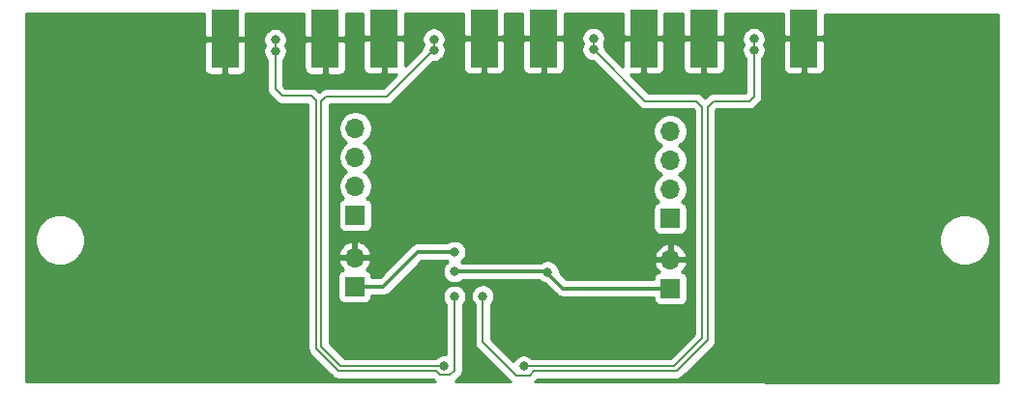
<source format=gbr>
%TF.GenerationSoftware,KiCad,Pcbnew,5.1.10-88a1d61d58~88~ubuntu18.04.1*%
%TF.CreationDate,2021-07-26T17:39:40+07:00*%
%TF.ProjectId,ADV728xM_EVAL_SMA-FFC_AETINA_ACE_CAM6C,41445637-3238-4784-9d5f-4556414c5f53,rev?*%
%TF.SameCoordinates,Original*%
%TF.FileFunction,Copper,L2,Bot*%
%TF.FilePolarity,Positive*%
%FSLAX46Y46*%
G04 Gerber Fmt 4.6, Leading zero omitted, Abs format (unit mm)*
G04 Created by KiCad (PCBNEW 5.1.10-88a1d61d58~88~ubuntu18.04.1) date 2021-07-26 17:39:40*
%MOMM*%
%LPD*%
G01*
G04 APERTURE LIST*
%TA.AperFunction,ComponentPad*%
%ADD10O,1.700000X1.700000*%
%TD*%
%TA.AperFunction,ComponentPad*%
%ADD11R,1.700000X1.700000*%
%TD*%
%TA.AperFunction,SMDPad,CuDef*%
%ADD12R,2.413000X5.080000*%
%TD*%
%TA.AperFunction,ViaPad*%
%ADD13C,0.800000*%
%TD*%
%TA.AperFunction,Conductor*%
%ADD14C,0.350000*%
%TD*%
%TA.AperFunction,Conductor*%
%ADD15C,0.250000*%
%TD*%
%TA.AperFunction,Conductor*%
%ADD16C,0.300000*%
%TD*%
%TA.AperFunction,Conductor*%
%ADD17C,0.200000*%
%TD*%
%TA.AperFunction,Conductor*%
%ADD18C,0.254000*%
%TD*%
%TA.AperFunction,Conductor*%
%ADD19C,0.100000*%
%TD*%
G04 APERTURE END LIST*
D10*
%TO.P,J6,4*%
%TO.N,/GPIO1_1V8*%
X172656500Y-87147400D03*
%TO.P,J6,3*%
%TO.N,/CAM_RST*%
X172656500Y-89687400D03*
%TO.P,J6,2*%
%TO.N,/I2C_SCL*%
X172656500Y-92227400D03*
D11*
%TO.P,J6,1*%
%TO.N,/I2C_SDA*%
X172656500Y-94767400D03*
%TD*%
D12*
%TO.P,J3,S4*%
%TO.N,GND*%
X170332400Y-79019400D03*
%TO.P,J3,S3*%
X161569400Y-79019400D03*
%TD*%
%TO.P,J4,S4*%
%TO.N,GND*%
X184378600Y-79019400D03*
%TO.P,J4,S3*%
X175615600Y-79019400D03*
%TD*%
%TO.P,J1,S4*%
%TO.N,GND*%
X142443200Y-79070200D03*
%TO.P,J1,S3*%
X133680200Y-79070200D03*
%TD*%
%TO.P,J2,S4*%
%TO.N,GND*%
X156362400Y-79019400D03*
%TO.P,J2,S3*%
X147599400Y-79019400D03*
%TD*%
D11*
%TO.P,J5,1*%
%TO.N,/I2C_SDA_3V3*%
X145084800Y-94500700D03*
D10*
%TO.P,J5,2*%
%TO.N,/I2C_SCL_3V3*%
X145084800Y-91960700D03*
%TO.P,J5,3*%
%TO.N,/CAM_RST_3V3*%
X145084800Y-89420700D03*
%TO.P,J5,4*%
%TO.N,/GPIO1_3V3*%
X145084800Y-86880700D03*
%TD*%
D11*
%TO.P,J8,1*%
%TO.N,+1V8*%
X172694600Y-100939600D03*
D10*
%TO.P,J8,2*%
%TO.N,GND*%
X172694600Y-98399600D03*
%TD*%
%TO.P,J7,2*%
%TO.N,GND*%
X145034000Y-98209100D03*
D11*
%TO.P,J7,1*%
%TO.N,+3V3*%
X145034000Y-100749100D03*
%TD*%
D13*
%TO.N,+3V3*%
X153771600Y-97726500D03*
%TO.N,GND*%
X169291000Y-104965500D03*
X156006800Y-107797600D03*
X148325400Y-104927400D03*
%TO.N,+1V8*%
X161925000Y-99491800D03*
X153771600Y-99453700D03*
%TO.N,/D0_P*%
X138074400Y-79121000D03*
X153758900Y-101625400D03*
X138074400Y-80124300D03*
%TO.N,/D0_N*%
X151955500Y-79082900D03*
X152819100Y-107772100D03*
X151955500Y-80035400D03*
%TO.N,/CLK_P*%
X165938200Y-79019400D03*
X159829500Y-107772100D03*
X165938200Y-79971900D03*
%TO.N,/CLK_N*%
X179984400Y-79044800D03*
X156248100Y-101600000D03*
X179984400Y-80035400D03*
%TD*%
D14*
%TO.N,+3V3*%
X147548600Y-100749100D02*
X145034000Y-100749100D01*
X150571200Y-97726500D02*
X147548600Y-100749100D01*
X150571200Y-97726500D02*
X153771600Y-97726500D01*
D15*
%TO.N,GND*%
X172389800Y-98437700D02*
X172402500Y-98450400D01*
D16*
%TO.N,+1V8*%
X161912300Y-99568000D02*
X161912300Y-99568000D01*
X163296600Y-100939600D02*
X161925000Y-99568000D01*
X172694600Y-100939600D02*
X163296600Y-100939600D01*
X161886900Y-99453700D02*
X161925000Y-99491800D01*
X153771600Y-99453700D02*
X161886900Y-99453700D01*
D17*
%TO.N,/D0_P*%
X138074400Y-80124300D02*
X138074400Y-79121000D01*
X138074400Y-83451700D02*
X138074400Y-80124300D01*
X138684000Y-84061300D02*
X138074400Y-83451700D01*
X141249400Y-84061300D02*
X138684000Y-84061300D01*
X141672100Y-84484000D02*
X141249400Y-84061300D01*
X141672100Y-106214400D02*
X141672100Y-84484000D01*
X153758900Y-108153200D02*
X153377900Y-108534200D01*
X152202298Y-108191300D02*
X143649000Y-108191300D01*
X143649000Y-108191300D02*
X141672100Y-106214400D01*
X153758900Y-101625400D02*
X153758900Y-108153200D01*
X153377900Y-108534200D02*
X152545198Y-108534200D01*
X152545198Y-108534200D02*
X152202298Y-108191300D01*
%TO.N,/D0_N*%
X142525750Y-84093050D02*
X147821650Y-84093050D01*
X151955500Y-79959200D02*
X151955500Y-79959200D01*
X142122100Y-84496700D02*
X142525750Y-84093050D01*
X142122100Y-106028000D02*
X142122100Y-84496700D01*
X147821650Y-84093050D02*
X151955500Y-79959200D01*
X151955500Y-79959200D02*
X151955500Y-79082900D01*
X143866200Y-107772100D02*
X143808800Y-107714700D01*
X152819100Y-107772100D02*
X143866200Y-107772100D01*
X143808800Y-107714700D02*
X142122100Y-106028000D01*
%TO.N,/CLK_P*%
X165938200Y-79971900D02*
X165938200Y-79019400D01*
X165938200Y-79984600D02*
X165938200Y-79971900D01*
X159829500Y-107772100D02*
X172973400Y-107772100D01*
X172973400Y-107772100D02*
X175479500Y-105266000D01*
X175479500Y-105266000D02*
X175479500Y-85013800D01*
X175479500Y-85013800D02*
X174958800Y-84493100D01*
X174958800Y-84493100D02*
X170446700Y-84493100D01*
X170446700Y-84493100D02*
X165938200Y-79984600D01*
%TO.N,/CLK_N*%
X179616100Y-84505800D02*
X179984400Y-84137500D01*
X175929500Y-85022900D02*
X176446600Y-84505800D01*
X179984400Y-79946500D02*
X179984400Y-79044800D01*
X175929500Y-105452400D02*
X175929500Y-85022900D01*
X156248100Y-101600000D02*
X156248100Y-105651300D01*
X176446600Y-84505800D02*
X179616100Y-84505800D01*
X156248100Y-105651300D02*
X159156400Y-108559600D01*
X179984400Y-84137500D02*
X179984400Y-79946500D01*
X160737690Y-108172110D02*
X173209790Y-108172110D01*
X159156400Y-108559600D02*
X160350200Y-108559600D01*
X173209790Y-108172110D02*
X175929500Y-105452400D01*
X160350200Y-108559600D02*
X160737690Y-108172110D01*
%TD*%
D18*
%TO.N,GND*%
X131836042Y-76833835D02*
X131838700Y-78784450D01*
X131997450Y-78943200D01*
X133553200Y-78943200D01*
X133553200Y-78923200D01*
X133807200Y-78923200D01*
X133807200Y-78943200D01*
X135362950Y-78943200D01*
X135521700Y-78784450D01*
X135524355Y-76836544D01*
X140599051Y-76840270D01*
X140601700Y-78784450D01*
X140760450Y-78943200D01*
X142316200Y-78943200D01*
X142316200Y-78923200D01*
X142570200Y-78923200D01*
X142570200Y-78943200D01*
X144125950Y-78943200D01*
X144284700Y-78784450D01*
X144287346Y-76842978D01*
X145755325Y-76844056D01*
X145757900Y-78733650D01*
X145916650Y-78892400D01*
X147472400Y-78892400D01*
X147472400Y-78872400D01*
X147726400Y-78872400D01*
X147726400Y-78892400D01*
X149282150Y-78892400D01*
X149440900Y-78733650D01*
X149443471Y-76846765D01*
X154518334Y-76850491D01*
X154520900Y-78733650D01*
X154679650Y-78892400D01*
X156235400Y-78892400D01*
X156235400Y-78872400D01*
X156489400Y-78872400D01*
X156489400Y-78892400D01*
X158045150Y-78892400D01*
X158203900Y-78733650D01*
X158206463Y-76853199D01*
X159725339Y-76854315D01*
X159727900Y-78733650D01*
X159886650Y-78892400D01*
X161442400Y-78892400D01*
X161442400Y-78872400D01*
X161696400Y-78872400D01*
X161696400Y-78892400D01*
X163252150Y-78892400D01*
X163410900Y-78733650D01*
X163413457Y-76857023D01*
X168488348Y-76860750D01*
X168490900Y-78733650D01*
X168649650Y-78892400D01*
X170205400Y-78892400D01*
X170205400Y-78872400D01*
X170459400Y-78872400D01*
X170459400Y-78892400D01*
X172015150Y-78892400D01*
X172173900Y-78733650D01*
X172176449Y-76863458D01*
X173771553Y-76864629D01*
X173774100Y-78733650D01*
X173932850Y-78892400D01*
X175488600Y-78892400D01*
X175488600Y-78872400D01*
X175742600Y-78872400D01*
X175742600Y-78892400D01*
X177298350Y-78892400D01*
X177457100Y-78733650D01*
X177459643Y-76867337D01*
X182534562Y-76871064D01*
X182537100Y-78733650D01*
X182695850Y-78892400D01*
X184251600Y-78892400D01*
X184251600Y-78872400D01*
X184505600Y-78872400D01*
X184505600Y-78892400D01*
X186061350Y-78892400D01*
X186220100Y-78733650D01*
X186222635Y-76873772D01*
X201396252Y-76884914D01*
X201359649Y-109156222D01*
X160832598Y-109114534D01*
X160872438Y-109081838D01*
X160895459Y-109053787D01*
X161042136Y-108907110D01*
X173173685Y-108907110D01*
X173209790Y-108910666D01*
X173245895Y-108907110D01*
X173353875Y-108896475D01*
X173492423Y-108854447D01*
X173620110Y-108786197D01*
X173732028Y-108694348D01*
X173755049Y-108666298D01*
X176423697Y-105997650D01*
X176451737Y-105974638D01*
X176474750Y-105946597D01*
X176474753Y-105946594D01*
X176543587Y-105862720D01*
X176611836Y-105735034D01*
X176611837Y-105735033D01*
X176653865Y-105596485D01*
X176664500Y-105488505D01*
X176664500Y-105488504D01*
X176668056Y-105452400D01*
X176664500Y-105416295D01*
X176664500Y-96439572D01*
X196215200Y-96439572D01*
X196215200Y-96879828D01*
X196301090Y-97311625D01*
X196469569Y-97718369D01*
X196714162Y-98084429D01*
X197025471Y-98395738D01*
X197391531Y-98640331D01*
X197798275Y-98808810D01*
X198230072Y-98894700D01*
X198670328Y-98894700D01*
X199102125Y-98808810D01*
X199508869Y-98640331D01*
X199874929Y-98395738D01*
X200186238Y-98084429D01*
X200430831Y-97718369D01*
X200599310Y-97311625D01*
X200685200Y-96879828D01*
X200685200Y-96439572D01*
X200599310Y-96007775D01*
X200430831Y-95601031D01*
X200186238Y-95234971D01*
X199874929Y-94923662D01*
X199508869Y-94679069D01*
X199102125Y-94510590D01*
X198670328Y-94424700D01*
X198230072Y-94424700D01*
X197798275Y-94510590D01*
X197391531Y-94679069D01*
X197025471Y-94923662D01*
X196714162Y-95234971D01*
X196469569Y-95601031D01*
X196301090Y-96007775D01*
X196215200Y-96439572D01*
X176664500Y-96439572D01*
X176664500Y-85327346D01*
X176751047Y-85240800D01*
X179579995Y-85240800D01*
X179616100Y-85244356D01*
X179652205Y-85240800D01*
X179760185Y-85230165D01*
X179898733Y-85188137D01*
X180026420Y-85119887D01*
X180138338Y-85028038D01*
X180161359Y-84999987D01*
X180478592Y-84682754D01*
X180506637Y-84659738D01*
X180598487Y-84547820D01*
X180666737Y-84420133D01*
X180708765Y-84281585D01*
X180719400Y-84173605D01*
X180719400Y-84173604D01*
X180722956Y-84137500D01*
X180719400Y-84101395D01*
X180719400Y-81559400D01*
X182534028Y-81559400D01*
X182546288Y-81683882D01*
X182582598Y-81803580D01*
X182641563Y-81913894D01*
X182720915Y-82010585D01*
X182817606Y-82089937D01*
X182927920Y-82148902D01*
X183047618Y-82185212D01*
X183172100Y-82197472D01*
X184092850Y-82194400D01*
X184251600Y-82035650D01*
X184251600Y-79146400D01*
X184505600Y-79146400D01*
X184505600Y-82035650D01*
X184664350Y-82194400D01*
X185585100Y-82197472D01*
X185709582Y-82185212D01*
X185829280Y-82148902D01*
X185939594Y-82089937D01*
X186036285Y-82010585D01*
X186115637Y-81913894D01*
X186174602Y-81803580D01*
X186210912Y-81683882D01*
X186223172Y-81559400D01*
X186220100Y-79305150D01*
X186061350Y-79146400D01*
X184505600Y-79146400D01*
X184251600Y-79146400D01*
X182695850Y-79146400D01*
X182537100Y-79305150D01*
X182534028Y-81559400D01*
X180719400Y-81559400D01*
X180719400Y-80764111D01*
X180788337Y-80695174D01*
X180901605Y-80525656D01*
X180979626Y-80337298D01*
X181019400Y-80137339D01*
X181019400Y-79933461D01*
X180979626Y-79733502D01*
X180901605Y-79545144D01*
X180898235Y-79540100D01*
X180901605Y-79535056D01*
X180979626Y-79346698D01*
X181019400Y-79146739D01*
X181019400Y-78942861D01*
X180979626Y-78742902D01*
X180901605Y-78554544D01*
X180788337Y-78385026D01*
X180644174Y-78240863D01*
X180474656Y-78127595D01*
X180286298Y-78049574D01*
X180086339Y-78009800D01*
X179882461Y-78009800D01*
X179682502Y-78049574D01*
X179494144Y-78127595D01*
X179324626Y-78240863D01*
X179180463Y-78385026D01*
X179067195Y-78554544D01*
X178989174Y-78742902D01*
X178949400Y-78942861D01*
X178949400Y-79146739D01*
X178989174Y-79346698D01*
X179067195Y-79535056D01*
X179070565Y-79540100D01*
X179067195Y-79545144D01*
X178989174Y-79733502D01*
X178949400Y-79933461D01*
X178949400Y-80137339D01*
X178989174Y-80337298D01*
X179067195Y-80525656D01*
X179180463Y-80695174D01*
X179249401Y-80764112D01*
X179249400Y-83770800D01*
X176482705Y-83770800D01*
X176446600Y-83767244D01*
X176410495Y-83770800D01*
X176302515Y-83781435D01*
X176163967Y-83823463D01*
X176036280Y-83891713D01*
X175924362Y-83983562D01*
X175901346Y-84011607D01*
X175709050Y-84203903D01*
X175504058Y-83998912D01*
X175481038Y-83970862D01*
X175369120Y-83879013D01*
X175241433Y-83810763D01*
X175102885Y-83768735D01*
X174994905Y-83758100D01*
X174958800Y-83754544D01*
X174922695Y-83758100D01*
X170751147Y-83758100D01*
X169190304Y-82197257D01*
X170046650Y-82194400D01*
X170205400Y-82035650D01*
X170205400Y-79146400D01*
X170459400Y-79146400D01*
X170459400Y-82035650D01*
X170618150Y-82194400D01*
X171538900Y-82197472D01*
X171663382Y-82185212D01*
X171783080Y-82148902D01*
X171893394Y-82089937D01*
X171990085Y-82010585D01*
X172069437Y-81913894D01*
X172128402Y-81803580D01*
X172164712Y-81683882D01*
X172176972Y-81559400D01*
X173771028Y-81559400D01*
X173783288Y-81683882D01*
X173819598Y-81803580D01*
X173878563Y-81913894D01*
X173957915Y-82010585D01*
X174054606Y-82089937D01*
X174164920Y-82148902D01*
X174284618Y-82185212D01*
X174409100Y-82197472D01*
X175329850Y-82194400D01*
X175488600Y-82035650D01*
X175488600Y-79146400D01*
X175742600Y-79146400D01*
X175742600Y-82035650D01*
X175901350Y-82194400D01*
X176822100Y-82197472D01*
X176946582Y-82185212D01*
X177066280Y-82148902D01*
X177176594Y-82089937D01*
X177273285Y-82010585D01*
X177352637Y-81913894D01*
X177411602Y-81803580D01*
X177447912Y-81683882D01*
X177460172Y-81559400D01*
X177457100Y-79305150D01*
X177298350Y-79146400D01*
X175742600Y-79146400D01*
X175488600Y-79146400D01*
X173932850Y-79146400D01*
X173774100Y-79305150D01*
X173771028Y-81559400D01*
X172176972Y-81559400D01*
X172173900Y-79305150D01*
X172015150Y-79146400D01*
X170459400Y-79146400D01*
X170205400Y-79146400D01*
X168649650Y-79146400D01*
X168490900Y-79305150D01*
X168487916Y-81494869D01*
X166973200Y-79980154D01*
X166973200Y-79869961D01*
X166933426Y-79670002D01*
X166861207Y-79495650D01*
X166933426Y-79321298D01*
X166973200Y-79121339D01*
X166973200Y-78917461D01*
X166933426Y-78717502D01*
X166855405Y-78529144D01*
X166742137Y-78359626D01*
X166597974Y-78215463D01*
X166428456Y-78102195D01*
X166240098Y-78024174D01*
X166040139Y-77984400D01*
X165836261Y-77984400D01*
X165636302Y-78024174D01*
X165447944Y-78102195D01*
X165278426Y-78215463D01*
X165134263Y-78359626D01*
X165020995Y-78529144D01*
X164942974Y-78717502D01*
X164903200Y-78917461D01*
X164903200Y-79121339D01*
X164942974Y-79321298D01*
X165015193Y-79495650D01*
X164942974Y-79670002D01*
X164903200Y-79869961D01*
X164903200Y-80073839D01*
X164942974Y-80273798D01*
X165020995Y-80462156D01*
X165134263Y-80631674D01*
X165278426Y-80775837D01*
X165447944Y-80889105D01*
X165636302Y-80967126D01*
X165836261Y-81006900D01*
X165921054Y-81006900D01*
X169901446Y-84987293D01*
X169924462Y-85015338D01*
X170036380Y-85107187D01*
X170164067Y-85175437D01*
X170302615Y-85217465D01*
X170446700Y-85231656D01*
X170482805Y-85228100D01*
X174654354Y-85228100D01*
X174744501Y-85318248D01*
X174744500Y-104961553D01*
X172668954Y-107037100D01*
X160558211Y-107037100D01*
X160489274Y-106968163D01*
X160319756Y-106854895D01*
X160131398Y-106776874D01*
X159931439Y-106737100D01*
X159727561Y-106737100D01*
X159527602Y-106776874D01*
X159339244Y-106854895D01*
X159169726Y-106968163D01*
X159025563Y-107112326D01*
X158914616Y-107278370D01*
X156983100Y-105346854D01*
X156983100Y-102328711D01*
X157052037Y-102259774D01*
X157165305Y-102090256D01*
X157243326Y-101901898D01*
X157283100Y-101701939D01*
X157283100Y-101498061D01*
X157243326Y-101298102D01*
X157165305Y-101109744D01*
X157052037Y-100940226D01*
X156907874Y-100796063D01*
X156738356Y-100682795D01*
X156549998Y-100604774D01*
X156350039Y-100565000D01*
X156146161Y-100565000D01*
X155946202Y-100604774D01*
X155757844Y-100682795D01*
X155588326Y-100796063D01*
X155444163Y-100940226D01*
X155330895Y-101109744D01*
X155252874Y-101298102D01*
X155213100Y-101498061D01*
X155213100Y-101701939D01*
X155252874Y-101901898D01*
X155330895Y-102090256D01*
X155444163Y-102259774D01*
X155513100Y-102328711D01*
X155513101Y-105615185D01*
X155509544Y-105651300D01*
X155523735Y-105795385D01*
X155549430Y-105880087D01*
X155565764Y-105933933D01*
X155634014Y-106061620D01*
X155725863Y-106173538D01*
X155753908Y-106196554D01*
X158611146Y-109053793D01*
X158634162Y-109081838D01*
X158671293Y-109112311D01*
X153838115Y-109107339D01*
X153900138Y-109056438D01*
X153923159Y-109028387D01*
X154253087Y-108698459D01*
X154281138Y-108675438D01*
X154372987Y-108563520D01*
X154441237Y-108435833D01*
X154483265Y-108297285D01*
X154493900Y-108189305D01*
X154493900Y-108189296D01*
X154497455Y-108153201D01*
X154493900Y-108117106D01*
X154493900Y-102354111D01*
X154562837Y-102285174D01*
X154676105Y-102115656D01*
X154754126Y-101927298D01*
X154793900Y-101727339D01*
X154793900Y-101523461D01*
X154754126Y-101323502D01*
X154676105Y-101135144D01*
X154562837Y-100965626D01*
X154418674Y-100821463D01*
X154249156Y-100708195D01*
X154060798Y-100630174D01*
X153860839Y-100590400D01*
X153656961Y-100590400D01*
X153457002Y-100630174D01*
X153268644Y-100708195D01*
X153099126Y-100821463D01*
X152954963Y-100965626D01*
X152841695Y-101135144D01*
X152763674Y-101323502D01*
X152723900Y-101523461D01*
X152723900Y-101727339D01*
X152763674Y-101927298D01*
X152841695Y-102115656D01*
X152954963Y-102285174D01*
X153023900Y-102354111D01*
X153023901Y-106757560D01*
X152921039Y-106737100D01*
X152717161Y-106737100D01*
X152517202Y-106776874D01*
X152328844Y-106854895D01*
X152159326Y-106968163D01*
X152090389Y-107037100D01*
X144170647Y-107037100D01*
X142857100Y-105723554D01*
X142857100Y-99899100D01*
X143545928Y-99899100D01*
X143545928Y-101599100D01*
X143558188Y-101723582D01*
X143594498Y-101843280D01*
X143653463Y-101953594D01*
X143732815Y-102050285D01*
X143829506Y-102129637D01*
X143939820Y-102188602D01*
X144059518Y-102224912D01*
X144184000Y-102237172D01*
X145884000Y-102237172D01*
X146008482Y-102224912D01*
X146128180Y-102188602D01*
X146238494Y-102129637D01*
X146335185Y-102050285D01*
X146414537Y-101953594D01*
X146473502Y-101843280D01*
X146509812Y-101723582D01*
X146522072Y-101599100D01*
X146522072Y-101559100D01*
X147508812Y-101559100D01*
X147548600Y-101563019D01*
X147588388Y-101559100D01*
X147588391Y-101559100D01*
X147707388Y-101547380D01*
X147860073Y-101501063D01*
X148000789Y-101425849D01*
X148124128Y-101324628D01*
X148149500Y-101293712D01*
X150906713Y-98536500D01*
X153120900Y-98536500D01*
X153201118Y-98590100D01*
X153111826Y-98649763D01*
X152967663Y-98793926D01*
X152854395Y-98963444D01*
X152776374Y-99151802D01*
X152736600Y-99351761D01*
X152736600Y-99555639D01*
X152776374Y-99755598D01*
X152854395Y-99943956D01*
X152967663Y-100113474D01*
X153111826Y-100257637D01*
X153281344Y-100370905D01*
X153469702Y-100448926D01*
X153669661Y-100488700D01*
X153873539Y-100488700D01*
X154073498Y-100448926D01*
X154261856Y-100370905D01*
X154431374Y-100257637D01*
X154450311Y-100238700D01*
X161208189Y-100238700D01*
X161265226Y-100295737D01*
X161434744Y-100409005D01*
X161623102Y-100487026D01*
X161761372Y-100514529D01*
X162714258Y-101467416D01*
X162738836Y-101497364D01*
X162768784Y-101521942D01*
X162768787Y-101521945D01*
X162798159Y-101546050D01*
X162858367Y-101595462D01*
X162994740Y-101668354D01*
X163105455Y-101701939D01*
X163142712Y-101713241D01*
X163157090Y-101714657D01*
X163258039Y-101724600D01*
X163258046Y-101724600D01*
X163296599Y-101728397D01*
X163335152Y-101724600D01*
X171206528Y-101724600D01*
X171206528Y-101789600D01*
X171218788Y-101914082D01*
X171255098Y-102033780D01*
X171314063Y-102144094D01*
X171393415Y-102240785D01*
X171490106Y-102320137D01*
X171600420Y-102379102D01*
X171720118Y-102415412D01*
X171844600Y-102427672D01*
X173544600Y-102427672D01*
X173669082Y-102415412D01*
X173788780Y-102379102D01*
X173899094Y-102320137D01*
X173995785Y-102240785D01*
X174075137Y-102144094D01*
X174134102Y-102033780D01*
X174170412Y-101914082D01*
X174182672Y-101789600D01*
X174182672Y-100089600D01*
X174170412Y-99965118D01*
X174134102Y-99845420D01*
X174075137Y-99735106D01*
X173995785Y-99638415D01*
X173899094Y-99559063D01*
X173788780Y-99500098D01*
X173708134Y-99475634D01*
X173792188Y-99399869D01*
X173966241Y-99166520D01*
X174091425Y-98903699D01*
X174136076Y-98756490D01*
X174014755Y-98526600D01*
X172821600Y-98526600D01*
X172821600Y-98546600D01*
X172567600Y-98546600D01*
X172567600Y-98526600D01*
X171374445Y-98526600D01*
X171253124Y-98756490D01*
X171297775Y-98903699D01*
X171422959Y-99166520D01*
X171597012Y-99399869D01*
X171681066Y-99475634D01*
X171600420Y-99500098D01*
X171490106Y-99559063D01*
X171393415Y-99638415D01*
X171314063Y-99735106D01*
X171255098Y-99845420D01*
X171218788Y-99965118D01*
X171206528Y-100089600D01*
X171206528Y-100154600D01*
X163621758Y-100154600D01*
X162960000Y-99492843D01*
X162960000Y-99389861D01*
X162920226Y-99189902D01*
X162842205Y-99001544D01*
X162728937Y-98832026D01*
X162584774Y-98687863D01*
X162415256Y-98574595D01*
X162226898Y-98496574D01*
X162026939Y-98456800D01*
X161823061Y-98456800D01*
X161623102Y-98496574D01*
X161434744Y-98574595D01*
X161293906Y-98668700D01*
X154450311Y-98668700D01*
X154431374Y-98649763D01*
X154342082Y-98590100D01*
X154431374Y-98530437D01*
X154575537Y-98386274D01*
X154688805Y-98216756D01*
X154760897Y-98042710D01*
X171253124Y-98042710D01*
X171374445Y-98272600D01*
X172567600Y-98272600D01*
X172567600Y-97078786D01*
X172821600Y-97078786D01*
X172821600Y-98272600D01*
X174014755Y-98272600D01*
X174136076Y-98042710D01*
X174091425Y-97895501D01*
X173966241Y-97632680D01*
X173792188Y-97399331D01*
X173575955Y-97204422D01*
X173325852Y-97055443D01*
X173051491Y-96958119D01*
X172821600Y-97078786D01*
X172567600Y-97078786D01*
X172337709Y-96958119D01*
X172063348Y-97055443D01*
X171813245Y-97204422D01*
X171597012Y-97399331D01*
X171422959Y-97632680D01*
X171297775Y-97895501D01*
X171253124Y-98042710D01*
X154760897Y-98042710D01*
X154766826Y-98028398D01*
X154806600Y-97828439D01*
X154806600Y-97624561D01*
X154766826Y-97424602D01*
X154688805Y-97236244D01*
X154575537Y-97066726D01*
X154431374Y-96922563D01*
X154261856Y-96809295D01*
X154073498Y-96731274D01*
X153873539Y-96691500D01*
X153669661Y-96691500D01*
X153469702Y-96731274D01*
X153281344Y-96809295D01*
X153120900Y-96916500D01*
X150610988Y-96916500D01*
X150571200Y-96912581D01*
X150531412Y-96916500D01*
X150531409Y-96916500D01*
X150412412Y-96928220D01*
X150259727Y-96974537D01*
X150194224Y-97009549D01*
X150119010Y-97049751D01*
X150054996Y-97102286D01*
X149995672Y-97150972D01*
X149970305Y-97181882D01*
X147213088Y-99939100D01*
X146522072Y-99939100D01*
X146522072Y-99899100D01*
X146509812Y-99774618D01*
X146473502Y-99654920D01*
X146414537Y-99544606D01*
X146335185Y-99447915D01*
X146238494Y-99368563D01*
X146128180Y-99309598D01*
X146047534Y-99285134D01*
X146131588Y-99209369D01*
X146305641Y-98976020D01*
X146430825Y-98713199D01*
X146475476Y-98565990D01*
X146354155Y-98336100D01*
X145161000Y-98336100D01*
X145161000Y-98356100D01*
X144907000Y-98356100D01*
X144907000Y-98336100D01*
X143713845Y-98336100D01*
X143592524Y-98565990D01*
X143637175Y-98713199D01*
X143762359Y-98976020D01*
X143936412Y-99209369D01*
X144020466Y-99285134D01*
X143939820Y-99309598D01*
X143829506Y-99368563D01*
X143732815Y-99447915D01*
X143653463Y-99544606D01*
X143594498Y-99654920D01*
X143558188Y-99774618D01*
X143545928Y-99899100D01*
X142857100Y-99899100D01*
X142857100Y-97852210D01*
X143592524Y-97852210D01*
X143713845Y-98082100D01*
X144907000Y-98082100D01*
X144907000Y-96888286D01*
X145161000Y-96888286D01*
X145161000Y-98082100D01*
X146354155Y-98082100D01*
X146475476Y-97852210D01*
X146430825Y-97705001D01*
X146305641Y-97442180D01*
X146131588Y-97208831D01*
X145915355Y-97013922D01*
X145665252Y-96864943D01*
X145390891Y-96767619D01*
X145161000Y-96888286D01*
X144907000Y-96888286D01*
X144677109Y-96767619D01*
X144402748Y-96864943D01*
X144152645Y-97013922D01*
X143936412Y-97208831D01*
X143762359Y-97442180D01*
X143637175Y-97705001D01*
X143592524Y-97852210D01*
X142857100Y-97852210D01*
X142857100Y-93650700D01*
X143596728Y-93650700D01*
X143596728Y-95350700D01*
X143608988Y-95475182D01*
X143645298Y-95594880D01*
X143704263Y-95705194D01*
X143783615Y-95801885D01*
X143880306Y-95881237D01*
X143990620Y-95940202D01*
X144110318Y-95976512D01*
X144234800Y-95988772D01*
X145934800Y-95988772D01*
X146059282Y-95976512D01*
X146178980Y-95940202D01*
X146289294Y-95881237D01*
X146385985Y-95801885D01*
X146465337Y-95705194D01*
X146524302Y-95594880D01*
X146560612Y-95475182D01*
X146572872Y-95350700D01*
X146572872Y-93917400D01*
X171168428Y-93917400D01*
X171168428Y-95617400D01*
X171180688Y-95741882D01*
X171216998Y-95861580D01*
X171275963Y-95971894D01*
X171355315Y-96068585D01*
X171452006Y-96147937D01*
X171562320Y-96206902D01*
X171682018Y-96243212D01*
X171806500Y-96255472D01*
X173506500Y-96255472D01*
X173630982Y-96243212D01*
X173750680Y-96206902D01*
X173860994Y-96147937D01*
X173957685Y-96068585D01*
X174037037Y-95971894D01*
X174096002Y-95861580D01*
X174132312Y-95741882D01*
X174144572Y-95617400D01*
X174144572Y-93917400D01*
X174132312Y-93792918D01*
X174096002Y-93673220D01*
X174037037Y-93562906D01*
X173957685Y-93466215D01*
X173860994Y-93386863D01*
X173750680Y-93327898D01*
X173678120Y-93305887D01*
X173809975Y-93174032D01*
X173972490Y-92930811D01*
X174084432Y-92660558D01*
X174141500Y-92373660D01*
X174141500Y-92081140D01*
X174084432Y-91794242D01*
X173972490Y-91523989D01*
X173809975Y-91280768D01*
X173603132Y-91073925D01*
X173428740Y-90957400D01*
X173603132Y-90840875D01*
X173809975Y-90634032D01*
X173972490Y-90390811D01*
X174084432Y-90120558D01*
X174141500Y-89833660D01*
X174141500Y-89541140D01*
X174084432Y-89254242D01*
X173972490Y-88983989D01*
X173809975Y-88740768D01*
X173603132Y-88533925D01*
X173428740Y-88417400D01*
X173603132Y-88300875D01*
X173809975Y-88094032D01*
X173972490Y-87850811D01*
X174084432Y-87580558D01*
X174141500Y-87293660D01*
X174141500Y-87001140D01*
X174084432Y-86714242D01*
X173972490Y-86443989D01*
X173809975Y-86200768D01*
X173603132Y-85993925D01*
X173359911Y-85831410D01*
X173089658Y-85719468D01*
X172802760Y-85662400D01*
X172510240Y-85662400D01*
X172223342Y-85719468D01*
X171953089Y-85831410D01*
X171709868Y-85993925D01*
X171503025Y-86200768D01*
X171340510Y-86443989D01*
X171228568Y-86714242D01*
X171171500Y-87001140D01*
X171171500Y-87293660D01*
X171228568Y-87580558D01*
X171340510Y-87850811D01*
X171503025Y-88094032D01*
X171709868Y-88300875D01*
X171884260Y-88417400D01*
X171709868Y-88533925D01*
X171503025Y-88740768D01*
X171340510Y-88983989D01*
X171228568Y-89254242D01*
X171171500Y-89541140D01*
X171171500Y-89833660D01*
X171228568Y-90120558D01*
X171340510Y-90390811D01*
X171503025Y-90634032D01*
X171709868Y-90840875D01*
X171884260Y-90957400D01*
X171709868Y-91073925D01*
X171503025Y-91280768D01*
X171340510Y-91523989D01*
X171228568Y-91794242D01*
X171171500Y-92081140D01*
X171171500Y-92373660D01*
X171228568Y-92660558D01*
X171340510Y-92930811D01*
X171503025Y-93174032D01*
X171634880Y-93305887D01*
X171562320Y-93327898D01*
X171452006Y-93386863D01*
X171355315Y-93466215D01*
X171275963Y-93562906D01*
X171216998Y-93673220D01*
X171180688Y-93792918D01*
X171168428Y-93917400D01*
X146572872Y-93917400D01*
X146572872Y-93650700D01*
X146560612Y-93526218D01*
X146524302Y-93406520D01*
X146465337Y-93296206D01*
X146385985Y-93199515D01*
X146289294Y-93120163D01*
X146178980Y-93061198D01*
X146106420Y-93039187D01*
X146238275Y-92907332D01*
X146400790Y-92664111D01*
X146512732Y-92393858D01*
X146569800Y-92106960D01*
X146569800Y-91814440D01*
X146512732Y-91527542D01*
X146400790Y-91257289D01*
X146238275Y-91014068D01*
X146031432Y-90807225D01*
X145857040Y-90690700D01*
X146031432Y-90574175D01*
X146238275Y-90367332D01*
X146400790Y-90124111D01*
X146512732Y-89853858D01*
X146569800Y-89566960D01*
X146569800Y-89274440D01*
X146512732Y-88987542D01*
X146400790Y-88717289D01*
X146238275Y-88474068D01*
X146031432Y-88267225D01*
X145857040Y-88150700D01*
X146031432Y-88034175D01*
X146238275Y-87827332D01*
X146400790Y-87584111D01*
X146512732Y-87313858D01*
X146569800Y-87026960D01*
X146569800Y-86734440D01*
X146512732Y-86447542D01*
X146400790Y-86177289D01*
X146238275Y-85934068D01*
X146031432Y-85727225D01*
X145788211Y-85564710D01*
X145517958Y-85452768D01*
X145231060Y-85395700D01*
X144938540Y-85395700D01*
X144651642Y-85452768D01*
X144381389Y-85564710D01*
X144138168Y-85727225D01*
X143931325Y-85934068D01*
X143768810Y-86177289D01*
X143656868Y-86447542D01*
X143599800Y-86734440D01*
X143599800Y-87026960D01*
X143656868Y-87313858D01*
X143768810Y-87584111D01*
X143931325Y-87827332D01*
X144138168Y-88034175D01*
X144312560Y-88150700D01*
X144138168Y-88267225D01*
X143931325Y-88474068D01*
X143768810Y-88717289D01*
X143656868Y-88987542D01*
X143599800Y-89274440D01*
X143599800Y-89566960D01*
X143656868Y-89853858D01*
X143768810Y-90124111D01*
X143931325Y-90367332D01*
X144138168Y-90574175D01*
X144312560Y-90690700D01*
X144138168Y-90807225D01*
X143931325Y-91014068D01*
X143768810Y-91257289D01*
X143656868Y-91527542D01*
X143599800Y-91814440D01*
X143599800Y-92106960D01*
X143656868Y-92393858D01*
X143768810Y-92664111D01*
X143931325Y-92907332D01*
X144063180Y-93039187D01*
X143990620Y-93061198D01*
X143880306Y-93120163D01*
X143783615Y-93199515D01*
X143704263Y-93296206D01*
X143645298Y-93406520D01*
X143608988Y-93526218D01*
X143596728Y-93650700D01*
X142857100Y-93650700D01*
X142857100Y-84828050D01*
X147785545Y-84828050D01*
X147821650Y-84831606D01*
X147857755Y-84828050D01*
X147965735Y-84817415D01*
X148104283Y-84775387D01*
X148231970Y-84707137D01*
X148343888Y-84615288D01*
X148366909Y-84587237D01*
X151394746Y-81559400D01*
X154517828Y-81559400D01*
X154530088Y-81683882D01*
X154566398Y-81803580D01*
X154625363Y-81913894D01*
X154704715Y-82010585D01*
X154801406Y-82089937D01*
X154911720Y-82148902D01*
X155031418Y-82185212D01*
X155155900Y-82197472D01*
X156076650Y-82194400D01*
X156235400Y-82035650D01*
X156235400Y-79146400D01*
X156489400Y-79146400D01*
X156489400Y-82035650D01*
X156648150Y-82194400D01*
X157568900Y-82197472D01*
X157693382Y-82185212D01*
X157813080Y-82148902D01*
X157923394Y-82089937D01*
X158020085Y-82010585D01*
X158099437Y-81913894D01*
X158158402Y-81803580D01*
X158194712Y-81683882D01*
X158206972Y-81559400D01*
X159724828Y-81559400D01*
X159737088Y-81683882D01*
X159773398Y-81803580D01*
X159832363Y-81913894D01*
X159911715Y-82010585D01*
X160008406Y-82089937D01*
X160118720Y-82148902D01*
X160238418Y-82185212D01*
X160362900Y-82197472D01*
X161283650Y-82194400D01*
X161442400Y-82035650D01*
X161442400Y-79146400D01*
X161696400Y-79146400D01*
X161696400Y-82035650D01*
X161855150Y-82194400D01*
X162775900Y-82197472D01*
X162900382Y-82185212D01*
X163020080Y-82148902D01*
X163130394Y-82089937D01*
X163227085Y-82010585D01*
X163306437Y-81913894D01*
X163365402Y-81803580D01*
X163401712Y-81683882D01*
X163413972Y-81559400D01*
X163410900Y-79305150D01*
X163252150Y-79146400D01*
X161696400Y-79146400D01*
X161442400Y-79146400D01*
X159886650Y-79146400D01*
X159727900Y-79305150D01*
X159724828Y-81559400D01*
X158206972Y-81559400D01*
X158203900Y-79305150D01*
X158045150Y-79146400D01*
X156489400Y-79146400D01*
X156235400Y-79146400D01*
X154679650Y-79146400D01*
X154520900Y-79305150D01*
X154517828Y-81559400D01*
X151394746Y-81559400D01*
X151883747Y-81070400D01*
X152057439Y-81070400D01*
X152257398Y-81030626D01*
X152445756Y-80952605D01*
X152615274Y-80839337D01*
X152759437Y-80695174D01*
X152872705Y-80525656D01*
X152950726Y-80337298D01*
X152990500Y-80137339D01*
X152990500Y-79933461D01*
X152950726Y-79733502D01*
X152878507Y-79559150D01*
X152950726Y-79384798D01*
X152990500Y-79184839D01*
X152990500Y-78980961D01*
X152950726Y-78781002D01*
X152872705Y-78592644D01*
X152759437Y-78423126D01*
X152615274Y-78278963D01*
X152445756Y-78165695D01*
X152257398Y-78087674D01*
X152057439Y-78047900D01*
X151853561Y-78047900D01*
X151653602Y-78087674D01*
X151465244Y-78165695D01*
X151295726Y-78278963D01*
X151151563Y-78423126D01*
X151038295Y-78592644D01*
X150960274Y-78781002D01*
X150920500Y-78980961D01*
X150920500Y-79184839D01*
X150960274Y-79384798D01*
X151032493Y-79559150D01*
X150960274Y-79733502D01*
X150920500Y-79933461D01*
X150920500Y-79954753D01*
X149443798Y-81431456D01*
X149440900Y-79305150D01*
X149282150Y-79146400D01*
X147726400Y-79146400D01*
X147726400Y-82035650D01*
X147885150Y-82194400D01*
X148678208Y-82197046D01*
X147517204Y-83358050D01*
X142561844Y-83358050D01*
X142525749Y-83354495D01*
X142489654Y-83358050D01*
X142489645Y-83358050D01*
X142381665Y-83368685D01*
X142243117Y-83410713D01*
X142115430Y-83478963D01*
X142003512Y-83570812D01*
X141980491Y-83598863D01*
X141903450Y-83675904D01*
X141794659Y-83567113D01*
X141771638Y-83539062D01*
X141659720Y-83447213D01*
X141532033Y-83378963D01*
X141393485Y-83336935D01*
X141285505Y-83326300D01*
X141249400Y-83322744D01*
X141213295Y-83326300D01*
X138988447Y-83326300D01*
X138809400Y-83147254D01*
X138809400Y-81610200D01*
X140598628Y-81610200D01*
X140610888Y-81734682D01*
X140647198Y-81854380D01*
X140706163Y-81964694D01*
X140785515Y-82061385D01*
X140882206Y-82140737D01*
X140992520Y-82199702D01*
X141112218Y-82236012D01*
X141236700Y-82248272D01*
X142157450Y-82245200D01*
X142316200Y-82086450D01*
X142316200Y-79197200D01*
X142570200Y-79197200D01*
X142570200Y-82086450D01*
X142728950Y-82245200D01*
X143649700Y-82248272D01*
X143774182Y-82236012D01*
X143893880Y-82199702D01*
X144004194Y-82140737D01*
X144100885Y-82061385D01*
X144180237Y-81964694D01*
X144239202Y-81854380D01*
X144275512Y-81734682D01*
X144287772Y-81610200D01*
X144287703Y-81559400D01*
X145754828Y-81559400D01*
X145767088Y-81683882D01*
X145803398Y-81803580D01*
X145862363Y-81913894D01*
X145941715Y-82010585D01*
X146038406Y-82089937D01*
X146148720Y-82148902D01*
X146268418Y-82185212D01*
X146392900Y-82197472D01*
X147313650Y-82194400D01*
X147472400Y-82035650D01*
X147472400Y-79146400D01*
X145916650Y-79146400D01*
X145757900Y-79305150D01*
X145754828Y-81559400D01*
X144287703Y-81559400D01*
X144284700Y-79355950D01*
X144125950Y-79197200D01*
X142570200Y-79197200D01*
X142316200Y-79197200D01*
X140760450Y-79197200D01*
X140601700Y-79355950D01*
X140598628Y-81610200D01*
X138809400Y-81610200D01*
X138809400Y-80853011D01*
X138878337Y-80784074D01*
X138991605Y-80614556D01*
X139069626Y-80426198D01*
X139109400Y-80226239D01*
X139109400Y-80022361D01*
X139069626Y-79822402D01*
X138991605Y-79634044D01*
X138983992Y-79622650D01*
X138991605Y-79611256D01*
X139069626Y-79422898D01*
X139109400Y-79222939D01*
X139109400Y-79019061D01*
X139069626Y-78819102D01*
X138991605Y-78630744D01*
X138878337Y-78461226D01*
X138734174Y-78317063D01*
X138564656Y-78203795D01*
X138376298Y-78125774D01*
X138176339Y-78086000D01*
X137972461Y-78086000D01*
X137772502Y-78125774D01*
X137584144Y-78203795D01*
X137414626Y-78317063D01*
X137270463Y-78461226D01*
X137157195Y-78630744D01*
X137079174Y-78819102D01*
X137039400Y-79019061D01*
X137039400Y-79222939D01*
X137079174Y-79422898D01*
X137157195Y-79611256D01*
X137164808Y-79622650D01*
X137157195Y-79634044D01*
X137079174Y-79822402D01*
X137039400Y-80022361D01*
X137039400Y-80226239D01*
X137079174Y-80426198D01*
X137157195Y-80614556D01*
X137270463Y-80784074D01*
X137339401Y-80853012D01*
X137339400Y-83415595D01*
X137335844Y-83451700D01*
X137350035Y-83595785D01*
X137362784Y-83637813D01*
X137392063Y-83734332D01*
X137460313Y-83862019D01*
X137552162Y-83973937D01*
X137580208Y-83996954D01*
X138138746Y-84555493D01*
X138161762Y-84583538D01*
X138254612Y-84659738D01*
X138273680Y-84675387D01*
X138401366Y-84743637D01*
X138539915Y-84785665D01*
X138684000Y-84799856D01*
X138720105Y-84796300D01*
X140937101Y-84796300D01*
X140937100Y-106178295D01*
X140933544Y-106214400D01*
X140947735Y-106358485D01*
X140960484Y-106400513D01*
X140989763Y-106497032D01*
X141058013Y-106624719D01*
X141149862Y-106736637D01*
X141177908Y-106759654D01*
X143103746Y-108685493D01*
X143126762Y-108713538D01*
X143238680Y-108805387D01*
X143366367Y-108873637D01*
X143504915Y-108915665D01*
X143649000Y-108929856D01*
X143685105Y-108926300D01*
X151897852Y-108926300D01*
X151999939Y-109028387D01*
X152022960Y-109056438D01*
X152082783Y-109105533D01*
X116255150Y-109068679D01*
X116250382Y-96464972D01*
X116992600Y-96464972D01*
X116992600Y-96905228D01*
X117078490Y-97337025D01*
X117246969Y-97743769D01*
X117491562Y-98109829D01*
X117802871Y-98421138D01*
X118168931Y-98665731D01*
X118575675Y-98834210D01*
X119007472Y-98920100D01*
X119447728Y-98920100D01*
X119879525Y-98834210D01*
X120286269Y-98665731D01*
X120652329Y-98421138D01*
X120963638Y-98109829D01*
X121208231Y-97743769D01*
X121376710Y-97337025D01*
X121462600Y-96905228D01*
X121462600Y-96464972D01*
X121376710Y-96033175D01*
X121208231Y-95626431D01*
X120963638Y-95260371D01*
X120652329Y-94949062D01*
X120286269Y-94704469D01*
X119879525Y-94535990D01*
X119447728Y-94450100D01*
X119007472Y-94450100D01*
X118575675Y-94535990D01*
X118168931Y-94704469D01*
X117802871Y-94949062D01*
X117491562Y-95260371D01*
X117246969Y-95626431D01*
X117078490Y-96033175D01*
X116992600Y-96464972D01*
X116250382Y-96464972D01*
X116244761Y-81610200D01*
X131835628Y-81610200D01*
X131847888Y-81734682D01*
X131884198Y-81854380D01*
X131943163Y-81964694D01*
X132022515Y-82061385D01*
X132119206Y-82140737D01*
X132229520Y-82199702D01*
X132349218Y-82236012D01*
X132473700Y-82248272D01*
X133394450Y-82245200D01*
X133553200Y-82086450D01*
X133553200Y-79197200D01*
X133807200Y-79197200D01*
X133807200Y-82086450D01*
X133965950Y-82245200D01*
X134886700Y-82248272D01*
X135011182Y-82236012D01*
X135130880Y-82199702D01*
X135241194Y-82140737D01*
X135337885Y-82061385D01*
X135417237Y-81964694D01*
X135476202Y-81854380D01*
X135512512Y-81734682D01*
X135524772Y-81610200D01*
X135521700Y-79355950D01*
X135362950Y-79197200D01*
X133807200Y-79197200D01*
X133553200Y-79197200D01*
X131997450Y-79197200D01*
X131838700Y-79355950D01*
X131835628Y-81610200D01*
X116244761Y-81610200D01*
X116242949Y-76822385D01*
X131836042Y-76833835D01*
%TA.AperFunction,Conductor*%
D19*
G36*
X131836042Y-76833835D02*
G01*
X131838700Y-78784450D01*
X131997450Y-78943200D01*
X133553200Y-78943200D01*
X133553200Y-78923200D01*
X133807200Y-78923200D01*
X133807200Y-78943200D01*
X135362950Y-78943200D01*
X135521700Y-78784450D01*
X135524355Y-76836544D01*
X140599051Y-76840270D01*
X140601700Y-78784450D01*
X140760450Y-78943200D01*
X142316200Y-78943200D01*
X142316200Y-78923200D01*
X142570200Y-78923200D01*
X142570200Y-78943200D01*
X144125950Y-78943200D01*
X144284700Y-78784450D01*
X144287346Y-76842978D01*
X145755325Y-76844056D01*
X145757900Y-78733650D01*
X145916650Y-78892400D01*
X147472400Y-78892400D01*
X147472400Y-78872400D01*
X147726400Y-78872400D01*
X147726400Y-78892400D01*
X149282150Y-78892400D01*
X149440900Y-78733650D01*
X149443471Y-76846765D01*
X154518334Y-76850491D01*
X154520900Y-78733650D01*
X154679650Y-78892400D01*
X156235400Y-78892400D01*
X156235400Y-78872400D01*
X156489400Y-78872400D01*
X156489400Y-78892400D01*
X158045150Y-78892400D01*
X158203900Y-78733650D01*
X158206463Y-76853199D01*
X159725339Y-76854315D01*
X159727900Y-78733650D01*
X159886650Y-78892400D01*
X161442400Y-78892400D01*
X161442400Y-78872400D01*
X161696400Y-78872400D01*
X161696400Y-78892400D01*
X163252150Y-78892400D01*
X163410900Y-78733650D01*
X163413457Y-76857023D01*
X168488348Y-76860750D01*
X168490900Y-78733650D01*
X168649650Y-78892400D01*
X170205400Y-78892400D01*
X170205400Y-78872400D01*
X170459400Y-78872400D01*
X170459400Y-78892400D01*
X172015150Y-78892400D01*
X172173900Y-78733650D01*
X172176449Y-76863458D01*
X173771553Y-76864629D01*
X173774100Y-78733650D01*
X173932850Y-78892400D01*
X175488600Y-78892400D01*
X175488600Y-78872400D01*
X175742600Y-78872400D01*
X175742600Y-78892400D01*
X177298350Y-78892400D01*
X177457100Y-78733650D01*
X177459643Y-76867337D01*
X182534562Y-76871064D01*
X182537100Y-78733650D01*
X182695850Y-78892400D01*
X184251600Y-78892400D01*
X184251600Y-78872400D01*
X184505600Y-78872400D01*
X184505600Y-78892400D01*
X186061350Y-78892400D01*
X186220100Y-78733650D01*
X186222635Y-76873772D01*
X201396252Y-76884914D01*
X201359649Y-109156222D01*
X160832598Y-109114534D01*
X160872438Y-109081838D01*
X160895459Y-109053787D01*
X161042136Y-108907110D01*
X173173685Y-108907110D01*
X173209790Y-108910666D01*
X173245895Y-108907110D01*
X173353875Y-108896475D01*
X173492423Y-108854447D01*
X173620110Y-108786197D01*
X173732028Y-108694348D01*
X173755049Y-108666298D01*
X176423697Y-105997650D01*
X176451737Y-105974638D01*
X176474750Y-105946597D01*
X176474753Y-105946594D01*
X176543587Y-105862720D01*
X176611836Y-105735034D01*
X176611837Y-105735033D01*
X176653865Y-105596485D01*
X176664500Y-105488505D01*
X176664500Y-105488504D01*
X176668056Y-105452400D01*
X176664500Y-105416295D01*
X176664500Y-96439572D01*
X196215200Y-96439572D01*
X196215200Y-96879828D01*
X196301090Y-97311625D01*
X196469569Y-97718369D01*
X196714162Y-98084429D01*
X197025471Y-98395738D01*
X197391531Y-98640331D01*
X197798275Y-98808810D01*
X198230072Y-98894700D01*
X198670328Y-98894700D01*
X199102125Y-98808810D01*
X199508869Y-98640331D01*
X199874929Y-98395738D01*
X200186238Y-98084429D01*
X200430831Y-97718369D01*
X200599310Y-97311625D01*
X200685200Y-96879828D01*
X200685200Y-96439572D01*
X200599310Y-96007775D01*
X200430831Y-95601031D01*
X200186238Y-95234971D01*
X199874929Y-94923662D01*
X199508869Y-94679069D01*
X199102125Y-94510590D01*
X198670328Y-94424700D01*
X198230072Y-94424700D01*
X197798275Y-94510590D01*
X197391531Y-94679069D01*
X197025471Y-94923662D01*
X196714162Y-95234971D01*
X196469569Y-95601031D01*
X196301090Y-96007775D01*
X196215200Y-96439572D01*
X176664500Y-96439572D01*
X176664500Y-85327346D01*
X176751047Y-85240800D01*
X179579995Y-85240800D01*
X179616100Y-85244356D01*
X179652205Y-85240800D01*
X179760185Y-85230165D01*
X179898733Y-85188137D01*
X180026420Y-85119887D01*
X180138338Y-85028038D01*
X180161359Y-84999987D01*
X180478592Y-84682754D01*
X180506637Y-84659738D01*
X180598487Y-84547820D01*
X180666737Y-84420133D01*
X180708765Y-84281585D01*
X180719400Y-84173605D01*
X180719400Y-84173604D01*
X180722956Y-84137500D01*
X180719400Y-84101395D01*
X180719400Y-81559400D01*
X182534028Y-81559400D01*
X182546288Y-81683882D01*
X182582598Y-81803580D01*
X182641563Y-81913894D01*
X182720915Y-82010585D01*
X182817606Y-82089937D01*
X182927920Y-82148902D01*
X183047618Y-82185212D01*
X183172100Y-82197472D01*
X184092850Y-82194400D01*
X184251600Y-82035650D01*
X184251600Y-79146400D01*
X184505600Y-79146400D01*
X184505600Y-82035650D01*
X184664350Y-82194400D01*
X185585100Y-82197472D01*
X185709582Y-82185212D01*
X185829280Y-82148902D01*
X185939594Y-82089937D01*
X186036285Y-82010585D01*
X186115637Y-81913894D01*
X186174602Y-81803580D01*
X186210912Y-81683882D01*
X186223172Y-81559400D01*
X186220100Y-79305150D01*
X186061350Y-79146400D01*
X184505600Y-79146400D01*
X184251600Y-79146400D01*
X182695850Y-79146400D01*
X182537100Y-79305150D01*
X182534028Y-81559400D01*
X180719400Y-81559400D01*
X180719400Y-80764111D01*
X180788337Y-80695174D01*
X180901605Y-80525656D01*
X180979626Y-80337298D01*
X181019400Y-80137339D01*
X181019400Y-79933461D01*
X180979626Y-79733502D01*
X180901605Y-79545144D01*
X180898235Y-79540100D01*
X180901605Y-79535056D01*
X180979626Y-79346698D01*
X181019400Y-79146739D01*
X181019400Y-78942861D01*
X180979626Y-78742902D01*
X180901605Y-78554544D01*
X180788337Y-78385026D01*
X180644174Y-78240863D01*
X180474656Y-78127595D01*
X180286298Y-78049574D01*
X180086339Y-78009800D01*
X179882461Y-78009800D01*
X179682502Y-78049574D01*
X179494144Y-78127595D01*
X179324626Y-78240863D01*
X179180463Y-78385026D01*
X179067195Y-78554544D01*
X178989174Y-78742902D01*
X178949400Y-78942861D01*
X178949400Y-79146739D01*
X178989174Y-79346698D01*
X179067195Y-79535056D01*
X179070565Y-79540100D01*
X179067195Y-79545144D01*
X178989174Y-79733502D01*
X178949400Y-79933461D01*
X178949400Y-80137339D01*
X178989174Y-80337298D01*
X179067195Y-80525656D01*
X179180463Y-80695174D01*
X179249401Y-80764112D01*
X179249400Y-83770800D01*
X176482705Y-83770800D01*
X176446600Y-83767244D01*
X176410495Y-83770800D01*
X176302515Y-83781435D01*
X176163967Y-83823463D01*
X176036280Y-83891713D01*
X175924362Y-83983562D01*
X175901346Y-84011607D01*
X175709050Y-84203903D01*
X175504058Y-83998912D01*
X175481038Y-83970862D01*
X175369120Y-83879013D01*
X175241433Y-83810763D01*
X175102885Y-83768735D01*
X174994905Y-83758100D01*
X174958800Y-83754544D01*
X174922695Y-83758100D01*
X170751147Y-83758100D01*
X169190304Y-82197257D01*
X170046650Y-82194400D01*
X170205400Y-82035650D01*
X170205400Y-79146400D01*
X170459400Y-79146400D01*
X170459400Y-82035650D01*
X170618150Y-82194400D01*
X171538900Y-82197472D01*
X171663382Y-82185212D01*
X171783080Y-82148902D01*
X171893394Y-82089937D01*
X171990085Y-82010585D01*
X172069437Y-81913894D01*
X172128402Y-81803580D01*
X172164712Y-81683882D01*
X172176972Y-81559400D01*
X173771028Y-81559400D01*
X173783288Y-81683882D01*
X173819598Y-81803580D01*
X173878563Y-81913894D01*
X173957915Y-82010585D01*
X174054606Y-82089937D01*
X174164920Y-82148902D01*
X174284618Y-82185212D01*
X174409100Y-82197472D01*
X175329850Y-82194400D01*
X175488600Y-82035650D01*
X175488600Y-79146400D01*
X175742600Y-79146400D01*
X175742600Y-82035650D01*
X175901350Y-82194400D01*
X176822100Y-82197472D01*
X176946582Y-82185212D01*
X177066280Y-82148902D01*
X177176594Y-82089937D01*
X177273285Y-82010585D01*
X177352637Y-81913894D01*
X177411602Y-81803580D01*
X177447912Y-81683882D01*
X177460172Y-81559400D01*
X177457100Y-79305150D01*
X177298350Y-79146400D01*
X175742600Y-79146400D01*
X175488600Y-79146400D01*
X173932850Y-79146400D01*
X173774100Y-79305150D01*
X173771028Y-81559400D01*
X172176972Y-81559400D01*
X172173900Y-79305150D01*
X172015150Y-79146400D01*
X170459400Y-79146400D01*
X170205400Y-79146400D01*
X168649650Y-79146400D01*
X168490900Y-79305150D01*
X168487916Y-81494869D01*
X166973200Y-79980154D01*
X166973200Y-79869961D01*
X166933426Y-79670002D01*
X166861207Y-79495650D01*
X166933426Y-79321298D01*
X166973200Y-79121339D01*
X166973200Y-78917461D01*
X166933426Y-78717502D01*
X166855405Y-78529144D01*
X166742137Y-78359626D01*
X166597974Y-78215463D01*
X166428456Y-78102195D01*
X166240098Y-78024174D01*
X166040139Y-77984400D01*
X165836261Y-77984400D01*
X165636302Y-78024174D01*
X165447944Y-78102195D01*
X165278426Y-78215463D01*
X165134263Y-78359626D01*
X165020995Y-78529144D01*
X164942974Y-78717502D01*
X164903200Y-78917461D01*
X164903200Y-79121339D01*
X164942974Y-79321298D01*
X165015193Y-79495650D01*
X164942974Y-79670002D01*
X164903200Y-79869961D01*
X164903200Y-80073839D01*
X164942974Y-80273798D01*
X165020995Y-80462156D01*
X165134263Y-80631674D01*
X165278426Y-80775837D01*
X165447944Y-80889105D01*
X165636302Y-80967126D01*
X165836261Y-81006900D01*
X165921054Y-81006900D01*
X169901446Y-84987293D01*
X169924462Y-85015338D01*
X170036380Y-85107187D01*
X170164067Y-85175437D01*
X170302615Y-85217465D01*
X170446700Y-85231656D01*
X170482805Y-85228100D01*
X174654354Y-85228100D01*
X174744501Y-85318248D01*
X174744500Y-104961553D01*
X172668954Y-107037100D01*
X160558211Y-107037100D01*
X160489274Y-106968163D01*
X160319756Y-106854895D01*
X160131398Y-106776874D01*
X159931439Y-106737100D01*
X159727561Y-106737100D01*
X159527602Y-106776874D01*
X159339244Y-106854895D01*
X159169726Y-106968163D01*
X159025563Y-107112326D01*
X158914616Y-107278370D01*
X156983100Y-105346854D01*
X156983100Y-102328711D01*
X157052037Y-102259774D01*
X157165305Y-102090256D01*
X157243326Y-101901898D01*
X157283100Y-101701939D01*
X157283100Y-101498061D01*
X157243326Y-101298102D01*
X157165305Y-101109744D01*
X157052037Y-100940226D01*
X156907874Y-100796063D01*
X156738356Y-100682795D01*
X156549998Y-100604774D01*
X156350039Y-100565000D01*
X156146161Y-100565000D01*
X155946202Y-100604774D01*
X155757844Y-100682795D01*
X155588326Y-100796063D01*
X155444163Y-100940226D01*
X155330895Y-101109744D01*
X155252874Y-101298102D01*
X155213100Y-101498061D01*
X155213100Y-101701939D01*
X155252874Y-101901898D01*
X155330895Y-102090256D01*
X155444163Y-102259774D01*
X155513100Y-102328711D01*
X155513101Y-105615185D01*
X155509544Y-105651300D01*
X155523735Y-105795385D01*
X155549430Y-105880087D01*
X155565764Y-105933933D01*
X155634014Y-106061620D01*
X155725863Y-106173538D01*
X155753908Y-106196554D01*
X158611146Y-109053793D01*
X158634162Y-109081838D01*
X158671293Y-109112311D01*
X153838115Y-109107339D01*
X153900138Y-109056438D01*
X153923159Y-109028387D01*
X154253087Y-108698459D01*
X154281138Y-108675438D01*
X154372987Y-108563520D01*
X154441237Y-108435833D01*
X154483265Y-108297285D01*
X154493900Y-108189305D01*
X154493900Y-108189296D01*
X154497455Y-108153201D01*
X154493900Y-108117106D01*
X154493900Y-102354111D01*
X154562837Y-102285174D01*
X154676105Y-102115656D01*
X154754126Y-101927298D01*
X154793900Y-101727339D01*
X154793900Y-101523461D01*
X154754126Y-101323502D01*
X154676105Y-101135144D01*
X154562837Y-100965626D01*
X154418674Y-100821463D01*
X154249156Y-100708195D01*
X154060798Y-100630174D01*
X153860839Y-100590400D01*
X153656961Y-100590400D01*
X153457002Y-100630174D01*
X153268644Y-100708195D01*
X153099126Y-100821463D01*
X152954963Y-100965626D01*
X152841695Y-101135144D01*
X152763674Y-101323502D01*
X152723900Y-101523461D01*
X152723900Y-101727339D01*
X152763674Y-101927298D01*
X152841695Y-102115656D01*
X152954963Y-102285174D01*
X153023900Y-102354111D01*
X153023901Y-106757560D01*
X152921039Y-106737100D01*
X152717161Y-106737100D01*
X152517202Y-106776874D01*
X152328844Y-106854895D01*
X152159326Y-106968163D01*
X152090389Y-107037100D01*
X144170647Y-107037100D01*
X142857100Y-105723554D01*
X142857100Y-99899100D01*
X143545928Y-99899100D01*
X143545928Y-101599100D01*
X143558188Y-101723582D01*
X143594498Y-101843280D01*
X143653463Y-101953594D01*
X143732815Y-102050285D01*
X143829506Y-102129637D01*
X143939820Y-102188602D01*
X144059518Y-102224912D01*
X144184000Y-102237172D01*
X145884000Y-102237172D01*
X146008482Y-102224912D01*
X146128180Y-102188602D01*
X146238494Y-102129637D01*
X146335185Y-102050285D01*
X146414537Y-101953594D01*
X146473502Y-101843280D01*
X146509812Y-101723582D01*
X146522072Y-101599100D01*
X146522072Y-101559100D01*
X147508812Y-101559100D01*
X147548600Y-101563019D01*
X147588388Y-101559100D01*
X147588391Y-101559100D01*
X147707388Y-101547380D01*
X147860073Y-101501063D01*
X148000789Y-101425849D01*
X148124128Y-101324628D01*
X148149500Y-101293712D01*
X150906713Y-98536500D01*
X153120900Y-98536500D01*
X153201118Y-98590100D01*
X153111826Y-98649763D01*
X152967663Y-98793926D01*
X152854395Y-98963444D01*
X152776374Y-99151802D01*
X152736600Y-99351761D01*
X152736600Y-99555639D01*
X152776374Y-99755598D01*
X152854395Y-99943956D01*
X152967663Y-100113474D01*
X153111826Y-100257637D01*
X153281344Y-100370905D01*
X153469702Y-100448926D01*
X153669661Y-100488700D01*
X153873539Y-100488700D01*
X154073498Y-100448926D01*
X154261856Y-100370905D01*
X154431374Y-100257637D01*
X154450311Y-100238700D01*
X161208189Y-100238700D01*
X161265226Y-100295737D01*
X161434744Y-100409005D01*
X161623102Y-100487026D01*
X161761372Y-100514529D01*
X162714258Y-101467416D01*
X162738836Y-101497364D01*
X162768784Y-101521942D01*
X162768787Y-101521945D01*
X162798159Y-101546050D01*
X162858367Y-101595462D01*
X162994740Y-101668354D01*
X163105455Y-101701939D01*
X163142712Y-101713241D01*
X163157090Y-101714657D01*
X163258039Y-101724600D01*
X163258046Y-101724600D01*
X163296599Y-101728397D01*
X163335152Y-101724600D01*
X171206528Y-101724600D01*
X171206528Y-101789600D01*
X171218788Y-101914082D01*
X171255098Y-102033780D01*
X171314063Y-102144094D01*
X171393415Y-102240785D01*
X171490106Y-102320137D01*
X171600420Y-102379102D01*
X171720118Y-102415412D01*
X171844600Y-102427672D01*
X173544600Y-102427672D01*
X173669082Y-102415412D01*
X173788780Y-102379102D01*
X173899094Y-102320137D01*
X173995785Y-102240785D01*
X174075137Y-102144094D01*
X174134102Y-102033780D01*
X174170412Y-101914082D01*
X174182672Y-101789600D01*
X174182672Y-100089600D01*
X174170412Y-99965118D01*
X174134102Y-99845420D01*
X174075137Y-99735106D01*
X173995785Y-99638415D01*
X173899094Y-99559063D01*
X173788780Y-99500098D01*
X173708134Y-99475634D01*
X173792188Y-99399869D01*
X173966241Y-99166520D01*
X174091425Y-98903699D01*
X174136076Y-98756490D01*
X174014755Y-98526600D01*
X172821600Y-98526600D01*
X172821600Y-98546600D01*
X172567600Y-98546600D01*
X172567600Y-98526600D01*
X171374445Y-98526600D01*
X171253124Y-98756490D01*
X171297775Y-98903699D01*
X171422959Y-99166520D01*
X171597012Y-99399869D01*
X171681066Y-99475634D01*
X171600420Y-99500098D01*
X171490106Y-99559063D01*
X171393415Y-99638415D01*
X171314063Y-99735106D01*
X171255098Y-99845420D01*
X171218788Y-99965118D01*
X171206528Y-100089600D01*
X171206528Y-100154600D01*
X163621758Y-100154600D01*
X162960000Y-99492843D01*
X162960000Y-99389861D01*
X162920226Y-99189902D01*
X162842205Y-99001544D01*
X162728937Y-98832026D01*
X162584774Y-98687863D01*
X162415256Y-98574595D01*
X162226898Y-98496574D01*
X162026939Y-98456800D01*
X161823061Y-98456800D01*
X161623102Y-98496574D01*
X161434744Y-98574595D01*
X161293906Y-98668700D01*
X154450311Y-98668700D01*
X154431374Y-98649763D01*
X154342082Y-98590100D01*
X154431374Y-98530437D01*
X154575537Y-98386274D01*
X154688805Y-98216756D01*
X154760897Y-98042710D01*
X171253124Y-98042710D01*
X171374445Y-98272600D01*
X172567600Y-98272600D01*
X172567600Y-97078786D01*
X172821600Y-97078786D01*
X172821600Y-98272600D01*
X174014755Y-98272600D01*
X174136076Y-98042710D01*
X174091425Y-97895501D01*
X173966241Y-97632680D01*
X173792188Y-97399331D01*
X173575955Y-97204422D01*
X173325852Y-97055443D01*
X173051491Y-96958119D01*
X172821600Y-97078786D01*
X172567600Y-97078786D01*
X172337709Y-96958119D01*
X172063348Y-97055443D01*
X171813245Y-97204422D01*
X171597012Y-97399331D01*
X171422959Y-97632680D01*
X171297775Y-97895501D01*
X171253124Y-98042710D01*
X154760897Y-98042710D01*
X154766826Y-98028398D01*
X154806600Y-97828439D01*
X154806600Y-97624561D01*
X154766826Y-97424602D01*
X154688805Y-97236244D01*
X154575537Y-97066726D01*
X154431374Y-96922563D01*
X154261856Y-96809295D01*
X154073498Y-96731274D01*
X153873539Y-96691500D01*
X153669661Y-96691500D01*
X153469702Y-96731274D01*
X153281344Y-96809295D01*
X153120900Y-96916500D01*
X150610988Y-96916500D01*
X150571200Y-96912581D01*
X150531412Y-96916500D01*
X150531409Y-96916500D01*
X150412412Y-96928220D01*
X150259727Y-96974537D01*
X150194224Y-97009549D01*
X150119010Y-97049751D01*
X150054996Y-97102286D01*
X149995672Y-97150972D01*
X149970305Y-97181882D01*
X147213088Y-99939100D01*
X146522072Y-99939100D01*
X146522072Y-99899100D01*
X146509812Y-99774618D01*
X146473502Y-99654920D01*
X146414537Y-99544606D01*
X146335185Y-99447915D01*
X146238494Y-99368563D01*
X146128180Y-99309598D01*
X146047534Y-99285134D01*
X146131588Y-99209369D01*
X146305641Y-98976020D01*
X146430825Y-98713199D01*
X146475476Y-98565990D01*
X146354155Y-98336100D01*
X145161000Y-98336100D01*
X145161000Y-98356100D01*
X144907000Y-98356100D01*
X144907000Y-98336100D01*
X143713845Y-98336100D01*
X143592524Y-98565990D01*
X143637175Y-98713199D01*
X143762359Y-98976020D01*
X143936412Y-99209369D01*
X144020466Y-99285134D01*
X143939820Y-99309598D01*
X143829506Y-99368563D01*
X143732815Y-99447915D01*
X143653463Y-99544606D01*
X143594498Y-99654920D01*
X143558188Y-99774618D01*
X143545928Y-99899100D01*
X142857100Y-99899100D01*
X142857100Y-97852210D01*
X143592524Y-97852210D01*
X143713845Y-98082100D01*
X144907000Y-98082100D01*
X144907000Y-96888286D01*
X145161000Y-96888286D01*
X145161000Y-98082100D01*
X146354155Y-98082100D01*
X146475476Y-97852210D01*
X146430825Y-97705001D01*
X146305641Y-97442180D01*
X146131588Y-97208831D01*
X145915355Y-97013922D01*
X145665252Y-96864943D01*
X145390891Y-96767619D01*
X145161000Y-96888286D01*
X144907000Y-96888286D01*
X144677109Y-96767619D01*
X144402748Y-96864943D01*
X144152645Y-97013922D01*
X143936412Y-97208831D01*
X143762359Y-97442180D01*
X143637175Y-97705001D01*
X143592524Y-97852210D01*
X142857100Y-97852210D01*
X142857100Y-93650700D01*
X143596728Y-93650700D01*
X143596728Y-95350700D01*
X143608988Y-95475182D01*
X143645298Y-95594880D01*
X143704263Y-95705194D01*
X143783615Y-95801885D01*
X143880306Y-95881237D01*
X143990620Y-95940202D01*
X144110318Y-95976512D01*
X144234800Y-95988772D01*
X145934800Y-95988772D01*
X146059282Y-95976512D01*
X146178980Y-95940202D01*
X146289294Y-95881237D01*
X146385985Y-95801885D01*
X146465337Y-95705194D01*
X146524302Y-95594880D01*
X146560612Y-95475182D01*
X146572872Y-95350700D01*
X146572872Y-93917400D01*
X171168428Y-93917400D01*
X171168428Y-95617400D01*
X171180688Y-95741882D01*
X171216998Y-95861580D01*
X171275963Y-95971894D01*
X171355315Y-96068585D01*
X171452006Y-96147937D01*
X171562320Y-96206902D01*
X171682018Y-96243212D01*
X171806500Y-96255472D01*
X173506500Y-96255472D01*
X173630982Y-96243212D01*
X173750680Y-96206902D01*
X173860994Y-96147937D01*
X173957685Y-96068585D01*
X174037037Y-95971894D01*
X174096002Y-95861580D01*
X174132312Y-95741882D01*
X174144572Y-95617400D01*
X174144572Y-93917400D01*
X174132312Y-93792918D01*
X174096002Y-93673220D01*
X174037037Y-93562906D01*
X173957685Y-93466215D01*
X173860994Y-93386863D01*
X173750680Y-93327898D01*
X173678120Y-93305887D01*
X173809975Y-93174032D01*
X173972490Y-92930811D01*
X174084432Y-92660558D01*
X174141500Y-92373660D01*
X174141500Y-92081140D01*
X174084432Y-91794242D01*
X173972490Y-91523989D01*
X173809975Y-91280768D01*
X173603132Y-91073925D01*
X173428740Y-90957400D01*
X173603132Y-90840875D01*
X173809975Y-90634032D01*
X173972490Y-90390811D01*
X174084432Y-90120558D01*
X174141500Y-89833660D01*
X174141500Y-89541140D01*
X174084432Y-89254242D01*
X173972490Y-88983989D01*
X173809975Y-88740768D01*
X173603132Y-88533925D01*
X173428740Y-88417400D01*
X173603132Y-88300875D01*
X173809975Y-88094032D01*
X173972490Y-87850811D01*
X174084432Y-87580558D01*
X174141500Y-87293660D01*
X174141500Y-87001140D01*
X174084432Y-86714242D01*
X173972490Y-86443989D01*
X173809975Y-86200768D01*
X173603132Y-85993925D01*
X173359911Y-85831410D01*
X173089658Y-85719468D01*
X172802760Y-85662400D01*
X172510240Y-85662400D01*
X172223342Y-85719468D01*
X171953089Y-85831410D01*
X171709868Y-85993925D01*
X171503025Y-86200768D01*
X171340510Y-86443989D01*
X171228568Y-86714242D01*
X171171500Y-87001140D01*
X171171500Y-87293660D01*
X171228568Y-87580558D01*
X171340510Y-87850811D01*
X171503025Y-88094032D01*
X171709868Y-88300875D01*
X171884260Y-88417400D01*
X171709868Y-88533925D01*
X171503025Y-88740768D01*
X171340510Y-88983989D01*
X171228568Y-89254242D01*
X171171500Y-89541140D01*
X171171500Y-89833660D01*
X171228568Y-90120558D01*
X171340510Y-90390811D01*
X171503025Y-90634032D01*
X171709868Y-90840875D01*
X171884260Y-90957400D01*
X171709868Y-91073925D01*
X171503025Y-91280768D01*
X171340510Y-91523989D01*
X171228568Y-91794242D01*
X171171500Y-92081140D01*
X171171500Y-92373660D01*
X171228568Y-92660558D01*
X171340510Y-92930811D01*
X171503025Y-93174032D01*
X171634880Y-93305887D01*
X171562320Y-93327898D01*
X171452006Y-93386863D01*
X171355315Y-93466215D01*
X171275963Y-93562906D01*
X171216998Y-93673220D01*
X171180688Y-93792918D01*
X171168428Y-93917400D01*
X146572872Y-93917400D01*
X146572872Y-93650700D01*
X146560612Y-93526218D01*
X146524302Y-93406520D01*
X146465337Y-93296206D01*
X146385985Y-93199515D01*
X146289294Y-93120163D01*
X146178980Y-93061198D01*
X146106420Y-93039187D01*
X146238275Y-92907332D01*
X146400790Y-92664111D01*
X146512732Y-92393858D01*
X146569800Y-92106960D01*
X146569800Y-91814440D01*
X146512732Y-91527542D01*
X146400790Y-91257289D01*
X146238275Y-91014068D01*
X146031432Y-90807225D01*
X145857040Y-90690700D01*
X146031432Y-90574175D01*
X146238275Y-90367332D01*
X146400790Y-90124111D01*
X146512732Y-89853858D01*
X146569800Y-89566960D01*
X146569800Y-89274440D01*
X146512732Y-88987542D01*
X146400790Y-88717289D01*
X146238275Y-88474068D01*
X146031432Y-88267225D01*
X145857040Y-88150700D01*
X146031432Y-88034175D01*
X146238275Y-87827332D01*
X146400790Y-87584111D01*
X146512732Y-87313858D01*
X146569800Y-87026960D01*
X146569800Y-86734440D01*
X146512732Y-86447542D01*
X146400790Y-86177289D01*
X146238275Y-85934068D01*
X146031432Y-85727225D01*
X145788211Y-85564710D01*
X145517958Y-85452768D01*
X145231060Y-85395700D01*
X144938540Y-85395700D01*
X144651642Y-85452768D01*
X144381389Y-85564710D01*
X144138168Y-85727225D01*
X143931325Y-85934068D01*
X143768810Y-86177289D01*
X143656868Y-86447542D01*
X143599800Y-86734440D01*
X143599800Y-87026960D01*
X143656868Y-87313858D01*
X143768810Y-87584111D01*
X143931325Y-87827332D01*
X144138168Y-88034175D01*
X144312560Y-88150700D01*
X144138168Y-88267225D01*
X143931325Y-88474068D01*
X143768810Y-88717289D01*
X143656868Y-88987542D01*
X143599800Y-89274440D01*
X143599800Y-89566960D01*
X143656868Y-89853858D01*
X143768810Y-90124111D01*
X143931325Y-90367332D01*
X144138168Y-90574175D01*
X144312560Y-90690700D01*
X144138168Y-90807225D01*
X143931325Y-91014068D01*
X143768810Y-91257289D01*
X143656868Y-91527542D01*
X143599800Y-91814440D01*
X143599800Y-92106960D01*
X143656868Y-92393858D01*
X143768810Y-92664111D01*
X143931325Y-92907332D01*
X144063180Y-93039187D01*
X143990620Y-93061198D01*
X143880306Y-93120163D01*
X143783615Y-93199515D01*
X143704263Y-93296206D01*
X143645298Y-93406520D01*
X143608988Y-93526218D01*
X143596728Y-93650700D01*
X142857100Y-93650700D01*
X142857100Y-84828050D01*
X147785545Y-84828050D01*
X147821650Y-84831606D01*
X147857755Y-84828050D01*
X147965735Y-84817415D01*
X148104283Y-84775387D01*
X148231970Y-84707137D01*
X148343888Y-84615288D01*
X148366909Y-84587237D01*
X151394746Y-81559400D01*
X154517828Y-81559400D01*
X154530088Y-81683882D01*
X154566398Y-81803580D01*
X154625363Y-81913894D01*
X154704715Y-82010585D01*
X154801406Y-82089937D01*
X154911720Y-82148902D01*
X155031418Y-82185212D01*
X155155900Y-82197472D01*
X156076650Y-82194400D01*
X156235400Y-82035650D01*
X156235400Y-79146400D01*
X156489400Y-79146400D01*
X156489400Y-82035650D01*
X156648150Y-82194400D01*
X157568900Y-82197472D01*
X157693382Y-82185212D01*
X157813080Y-82148902D01*
X157923394Y-82089937D01*
X158020085Y-82010585D01*
X158099437Y-81913894D01*
X158158402Y-81803580D01*
X158194712Y-81683882D01*
X158206972Y-81559400D01*
X159724828Y-81559400D01*
X159737088Y-81683882D01*
X159773398Y-81803580D01*
X159832363Y-81913894D01*
X159911715Y-82010585D01*
X160008406Y-82089937D01*
X160118720Y-82148902D01*
X160238418Y-82185212D01*
X160362900Y-82197472D01*
X161283650Y-82194400D01*
X161442400Y-82035650D01*
X161442400Y-79146400D01*
X161696400Y-79146400D01*
X161696400Y-82035650D01*
X161855150Y-82194400D01*
X162775900Y-82197472D01*
X162900382Y-82185212D01*
X163020080Y-82148902D01*
X163130394Y-82089937D01*
X163227085Y-82010585D01*
X163306437Y-81913894D01*
X163365402Y-81803580D01*
X163401712Y-81683882D01*
X163413972Y-81559400D01*
X163410900Y-79305150D01*
X163252150Y-79146400D01*
X161696400Y-79146400D01*
X161442400Y-79146400D01*
X159886650Y-79146400D01*
X159727900Y-79305150D01*
X159724828Y-81559400D01*
X158206972Y-81559400D01*
X158203900Y-79305150D01*
X158045150Y-79146400D01*
X156489400Y-79146400D01*
X156235400Y-79146400D01*
X154679650Y-79146400D01*
X154520900Y-79305150D01*
X154517828Y-81559400D01*
X151394746Y-81559400D01*
X151883747Y-81070400D01*
X152057439Y-81070400D01*
X152257398Y-81030626D01*
X152445756Y-80952605D01*
X152615274Y-80839337D01*
X152759437Y-80695174D01*
X152872705Y-80525656D01*
X152950726Y-80337298D01*
X152990500Y-80137339D01*
X152990500Y-79933461D01*
X152950726Y-79733502D01*
X152878507Y-79559150D01*
X152950726Y-79384798D01*
X152990500Y-79184839D01*
X152990500Y-78980961D01*
X152950726Y-78781002D01*
X152872705Y-78592644D01*
X152759437Y-78423126D01*
X152615274Y-78278963D01*
X152445756Y-78165695D01*
X152257398Y-78087674D01*
X152057439Y-78047900D01*
X151853561Y-78047900D01*
X151653602Y-78087674D01*
X151465244Y-78165695D01*
X151295726Y-78278963D01*
X151151563Y-78423126D01*
X151038295Y-78592644D01*
X150960274Y-78781002D01*
X150920500Y-78980961D01*
X150920500Y-79184839D01*
X150960274Y-79384798D01*
X151032493Y-79559150D01*
X150960274Y-79733502D01*
X150920500Y-79933461D01*
X150920500Y-79954753D01*
X149443798Y-81431456D01*
X149440900Y-79305150D01*
X149282150Y-79146400D01*
X147726400Y-79146400D01*
X147726400Y-82035650D01*
X147885150Y-82194400D01*
X148678208Y-82197046D01*
X147517204Y-83358050D01*
X142561844Y-83358050D01*
X142525749Y-83354495D01*
X142489654Y-83358050D01*
X142489645Y-83358050D01*
X142381665Y-83368685D01*
X142243117Y-83410713D01*
X142115430Y-83478963D01*
X142003512Y-83570812D01*
X141980491Y-83598863D01*
X141903450Y-83675904D01*
X141794659Y-83567113D01*
X141771638Y-83539062D01*
X141659720Y-83447213D01*
X141532033Y-83378963D01*
X141393485Y-83336935D01*
X141285505Y-83326300D01*
X141249400Y-83322744D01*
X141213295Y-83326300D01*
X138988447Y-83326300D01*
X138809400Y-83147254D01*
X138809400Y-81610200D01*
X140598628Y-81610200D01*
X140610888Y-81734682D01*
X140647198Y-81854380D01*
X140706163Y-81964694D01*
X140785515Y-82061385D01*
X140882206Y-82140737D01*
X140992520Y-82199702D01*
X141112218Y-82236012D01*
X141236700Y-82248272D01*
X142157450Y-82245200D01*
X142316200Y-82086450D01*
X142316200Y-79197200D01*
X142570200Y-79197200D01*
X142570200Y-82086450D01*
X142728950Y-82245200D01*
X143649700Y-82248272D01*
X143774182Y-82236012D01*
X143893880Y-82199702D01*
X144004194Y-82140737D01*
X144100885Y-82061385D01*
X144180237Y-81964694D01*
X144239202Y-81854380D01*
X144275512Y-81734682D01*
X144287772Y-81610200D01*
X144287703Y-81559400D01*
X145754828Y-81559400D01*
X145767088Y-81683882D01*
X145803398Y-81803580D01*
X145862363Y-81913894D01*
X145941715Y-82010585D01*
X146038406Y-82089937D01*
X146148720Y-82148902D01*
X146268418Y-82185212D01*
X146392900Y-82197472D01*
X147313650Y-82194400D01*
X147472400Y-82035650D01*
X147472400Y-79146400D01*
X145916650Y-79146400D01*
X145757900Y-79305150D01*
X145754828Y-81559400D01*
X144287703Y-81559400D01*
X144284700Y-79355950D01*
X144125950Y-79197200D01*
X142570200Y-79197200D01*
X142316200Y-79197200D01*
X140760450Y-79197200D01*
X140601700Y-79355950D01*
X140598628Y-81610200D01*
X138809400Y-81610200D01*
X138809400Y-80853011D01*
X138878337Y-80784074D01*
X138991605Y-80614556D01*
X139069626Y-80426198D01*
X139109400Y-80226239D01*
X139109400Y-80022361D01*
X139069626Y-79822402D01*
X138991605Y-79634044D01*
X138983992Y-79622650D01*
X138991605Y-79611256D01*
X139069626Y-79422898D01*
X139109400Y-79222939D01*
X139109400Y-79019061D01*
X139069626Y-78819102D01*
X138991605Y-78630744D01*
X138878337Y-78461226D01*
X138734174Y-78317063D01*
X138564656Y-78203795D01*
X138376298Y-78125774D01*
X138176339Y-78086000D01*
X137972461Y-78086000D01*
X137772502Y-78125774D01*
X137584144Y-78203795D01*
X137414626Y-78317063D01*
X137270463Y-78461226D01*
X137157195Y-78630744D01*
X137079174Y-78819102D01*
X137039400Y-79019061D01*
X137039400Y-79222939D01*
X137079174Y-79422898D01*
X137157195Y-79611256D01*
X137164808Y-79622650D01*
X137157195Y-79634044D01*
X137079174Y-79822402D01*
X137039400Y-80022361D01*
X137039400Y-80226239D01*
X137079174Y-80426198D01*
X137157195Y-80614556D01*
X137270463Y-80784074D01*
X137339401Y-80853012D01*
X137339400Y-83415595D01*
X137335844Y-83451700D01*
X137350035Y-83595785D01*
X137362784Y-83637813D01*
X137392063Y-83734332D01*
X137460313Y-83862019D01*
X137552162Y-83973937D01*
X137580208Y-83996954D01*
X138138746Y-84555493D01*
X138161762Y-84583538D01*
X138254612Y-84659738D01*
X138273680Y-84675387D01*
X138401366Y-84743637D01*
X138539915Y-84785665D01*
X138684000Y-84799856D01*
X138720105Y-84796300D01*
X140937101Y-84796300D01*
X140937100Y-106178295D01*
X140933544Y-106214400D01*
X140947735Y-106358485D01*
X140960484Y-106400513D01*
X140989763Y-106497032D01*
X141058013Y-106624719D01*
X141149862Y-106736637D01*
X141177908Y-106759654D01*
X143103746Y-108685493D01*
X143126762Y-108713538D01*
X143238680Y-108805387D01*
X143366367Y-108873637D01*
X143504915Y-108915665D01*
X143649000Y-108929856D01*
X143685105Y-108926300D01*
X151897852Y-108926300D01*
X151999939Y-109028387D01*
X152022960Y-109056438D01*
X152082783Y-109105533D01*
X116255150Y-109068679D01*
X116250382Y-96464972D01*
X116992600Y-96464972D01*
X116992600Y-96905228D01*
X117078490Y-97337025D01*
X117246969Y-97743769D01*
X117491562Y-98109829D01*
X117802871Y-98421138D01*
X118168931Y-98665731D01*
X118575675Y-98834210D01*
X119007472Y-98920100D01*
X119447728Y-98920100D01*
X119879525Y-98834210D01*
X120286269Y-98665731D01*
X120652329Y-98421138D01*
X120963638Y-98109829D01*
X121208231Y-97743769D01*
X121376710Y-97337025D01*
X121462600Y-96905228D01*
X121462600Y-96464972D01*
X121376710Y-96033175D01*
X121208231Y-95626431D01*
X120963638Y-95260371D01*
X120652329Y-94949062D01*
X120286269Y-94704469D01*
X119879525Y-94535990D01*
X119447728Y-94450100D01*
X119007472Y-94450100D01*
X118575675Y-94535990D01*
X118168931Y-94704469D01*
X117802871Y-94949062D01*
X117491562Y-95260371D01*
X117246969Y-95626431D01*
X117078490Y-96033175D01*
X116992600Y-96464972D01*
X116250382Y-96464972D01*
X116244761Y-81610200D01*
X131835628Y-81610200D01*
X131847888Y-81734682D01*
X131884198Y-81854380D01*
X131943163Y-81964694D01*
X132022515Y-82061385D01*
X132119206Y-82140737D01*
X132229520Y-82199702D01*
X132349218Y-82236012D01*
X132473700Y-82248272D01*
X133394450Y-82245200D01*
X133553200Y-82086450D01*
X133553200Y-79197200D01*
X133807200Y-79197200D01*
X133807200Y-82086450D01*
X133965950Y-82245200D01*
X134886700Y-82248272D01*
X135011182Y-82236012D01*
X135130880Y-82199702D01*
X135241194Y-82140737D01*
X135337885Y-82061385D01*
X135417237Y-81964694D01*
X135476202Y-81854380D01*
X135512512Y-81734682D01*
X135524772Y-81610200D01*
X135521700Y-79355950D01*
X135362950Y-79197200D01*
X133807200Y-79197200D01*
X133553200Y-79197200D01*
X131997450Y-79197200D01*
X131838700Y-79355950D01*
X131835628Y-81610200D01*
X116244761Y-81610200D01*
X116242949Y-76822385D01*
X131836042Y-76833835D01*
G37*
%TD.AperFunction*%
%TD*%
M02*

</source>
